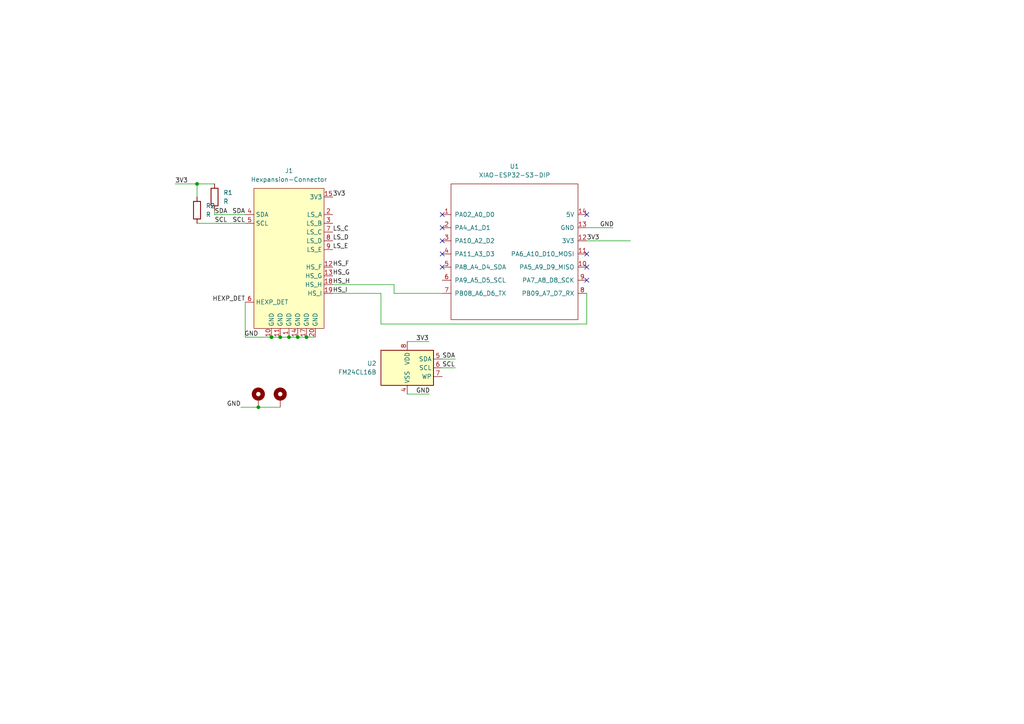
<source format=kicad_sch>
(kicad_sch (version 20250114) (generator "eeschema") (generator_version "9.0")
  (paper "A4")
  (lib_symbols
    (symbol "Device:R" (pin_numbers (hide yes)) (pin_names (offset 0))
      (property "Reference" "R" (at 2.032 0 90))
      (property "Value" "R" (at 0 0 90))
      (symbol "R_0_1"
        (rectangle (start -1.016 -2.54) (end 1.016 2.54) (stroke (width 0.254)))
      )
      (symbol "R_1_1"
        (pin passive line (at 0 3.81 270) (length 1.27) (name "~") (number "1"))
        (pin passive line (at 0 -3.81 90) (length 1.27) (name "~") (number "2"))
      )
    )
    (symbol "Mechanical:MountingHole_Pad" (pin_numbers (hide yes)) (pin_names (offset 1.016) (hide yes))
      (property "Reference" "H" (at 0 6.35 0))
      (property "Value" "MountingHole_Pad" (at 0 4.445 0))
      (symbol "MountingHole_Pad_0_1"
        (circle (center 0 1.27) (radius 1.27) (stroke (width 1.27)))
      )
      (symbol "MountingHole_Pad_1_1"
        (pin input line (at 0 -2.54 90) (length 2.54) (name "1") (number "1"))
      )
    )
    (symbol "Memory_NVRAM:FM24CL16B"
      (property "Reference" "U" (at -5.08 8.89 0))
      (property "Value" "FM24CL16B" (at 6.35 -8.89 0))
      (symbol "FM24CL16B_0_1"
        (rectangle (start -7.62 5.08) (end 7.62 -5.08) (stroke (width 0.254)) (fill (type background)))
      )
      (symbol "FM24CL16B_1_1"
        (pin no_connect line (at -7.62 2.54 0) (length 2.54) (hide yes) (name "~") (number "1"))
        (pin no_connect line (at -7.62 0 0) (length 2.54) (hide yes) (name "~") (number "3"))
        (pin no_connect line (at -7.62 -2.54 0) (length 2.54) (hide yes) (name "~") (number "2"))
        (pin power_in line (at 0 7.62 270) (length 2.54) (name "VDD") (number "8"))
        (pin power_in line (at 0 -7.62 90) (length 2.54) (name "VSS") (number "4"))
        (pin bidirectional line (at 10.16 2.54 180) (length 2.54) (name "SDA") (number "5"))
        (pin input line (at 10.16 0 180) (length 2.54) (name "SCL") (number "6"))
        (pin input line (at 10.16 -2.54 180) (length 2.54) (name "WP") (number "7"))
      )
    )
    (symbol "XIAO:XIAO-ESP32-S3-DIP" (pin_names (offset 1.016))
      (property "Reference" "U" (at -18.542 23.114 0))
      (property "Value" "XIAO-ESP32-S3-DIP" (at -9.144 21.336 0))
      (symbol "XIAO-ESP32-S3-DIP_0_1"
        (rectangle (start -19.05 20.32) (end 17.78 -19.05))
      )
      (symbol "XIAO-ESP32-S3-DIP_1_1"
        (pin passive line (at -21.59 11.43 0) (length 2.54) (name "PA02_A0_D0") (number "1"))
        (pin passive line (at -21.59 7.62 0) (length 2.54) (name "PA4_A1_D1") (number "2"))
        (pin passive line (at -21.59 3.81 0) (length 2.54) (name "PA10_A2_D2") (number "3"))
        (pin passive line (at -21.59 0 0) (length 2.54) (name "PA11_A3_D3") (number "4"))
        (pin passive line (at -21.59 -3.81 0) (length 2.54) (name "PA8_A4_D4_SDA") (number "5"))
        (pin passive line (at -21.59 -7.62 0) (length 2.54) (name "PA9_A5_D5_SCL") (number "6"))
        (pin passive line (at -21.59 -11.43 0) (length 2.54) (name "PB08_A6_D6_TX") (number "7"))
        (pin passive line (at 20.32 11.43 180) (length 2.54) (name "5V") (number "14"))
        (pin passive line (at 20.32 7.62 180) (length 2.54) (name "GND") (number "13"))
        (pin passive line (at 20.32 3.81 180) (length 2.54) (name "3V3") (number "12"))
        (pin passive line (at 20.32 0 180) (length 2.54) (name "PA6_A10_D10_MOSI") (number "11"))
        (pin passive line (at 20.32 -3.81 180) (length 2.54) (name "PA5_A9_D9_MISO") (number "10"))
        (pin passive line (at 20.32 -7.62 180) (length 2.54) (name "PA7_A8_D8_SCK") (number "9"))
        (pin passive line (at 20.32 -11.43 180) (length 2.54) (name "PB09_A7_D7_RX") (number "8"))
      )
    )
    (symbol "tildagon:hexpansion-edge-connector" (in_bom no)
      (property "Reference" "J" (at -6.35 17.78 0))
      (property "Value" "Hexpansion-Connector" (at 0 21.59 0))
      (symbol "hexpansion-edge-connector_1_1"
        (rectangle (start -10.16 20.32) (end 10.16 -20.32) (fill (type background)))
        (pin bidirectional line (at -12.7 12.7 0) (length 2.54) (name "SDA") (number "4"))
        (pin output line (at -12.7 10.16 0) (length 2.54) (name "SCL") (number "5"))
        (pin bidirectional line (at -12.7 -12.7 0) (length 2.54) (name "HEXP_DET") (number "6"))
        (pin passive line (at -5.08 -22.86 90) (length 2.54) (name "GND") (number "10"))
        (pin passive line (at -2.54 -22.86 90) (length 2.54) (name "GND") (number "11"))
        (pin power_out line (at 0 -22.86 90) (length 2.54) (name "GND") (number "1"))
        (pin passive line (at 2.54 -22.86 90) (length 2.54) (name "GND") (number "14"))
        (pin passive line (at 5.08 -22.86 90) (length 2.54) (name "GND") (number "17"))
        (pin passive line (at 7.62 -22.86 90) (length 2.54) (name "GND") (number "20"))
        (pin power_out line (at 12.7 17.78 180) (length 2.54) (name "3V3") (number "15"))
        (pin passive line (at 12.7 17.78 180) (length 2.54) (hide yes) (name "3V3") (number "16"))
        (pin bidirectional line (at 12.7 12.7 180) (length 2.54) (name "LS_A") (number "2"))
        (pin bidirectional line (at 12.7 10.16 180) (length 2.54) (name "LS_B") (number "3"))
        (pin bidirectional line (at 12.7 7.62 180) (length 2.54) (name "LS_C") (number "7"))
        (pin bidirectional line (at 12.7 5.08 180) (length 2.54) (name "LS_D") (number "8"))
        (pin bidirectional line (at 12.7 2.54 180) (length 2.54) (name "LS_E") (number "9"))
        (pin bidirectional line (at 12.7 -2.54 180) (length 2.54) (name "HS_F") (number "12"))
        (pin bidirectional line (at 12.7 -5.08 180) (length 2.54) (name "HS_G") (number "13"))
        (pin bidirectional line (at 12.7 -7.62 180) (length 2.54) (name "HS_H") (number "18"))
        (pin bidirectional line (at 12.7 -10.16 180) (length 2.54) (name "HS_I") (number "19"))
      )
    )
  )
  (junction (at 88.9 97.79))
  (junction (at 81.28 97.79))
  (junction (at 86.36 97.79))
  (junction (at 83.82 97.79))
  (junction (at 57.15 53.34))
  (junction (at 78.74 97.79))
  (junction (at 74.93 118.11))
  (no_connect (at 128.27 62.23))
  (no_connect (at 170.18 73.66))
  (no_connect (at 128.27 69.85))
  (no_connect (at 128.27 77.47))
  (no_connect (at 170.18 81.28))
  (no_connect (at 128.27 66.04))
  (no_connect (at 170.18 62.23))
  (no_connect (at 128.27 73.66))
  (no_connect (at 170.18 77.47))
  (wire (pts (xy 74.93 118.11) (xy 81.28 118.11)))
  (wire (pts (xy 81.28 97.79) (xy 83.82 97.79)))
  (wire (pts (xy 170.18 69.85) (xy 182.88 69.85)))
  (wire (pts (xy 83.82 97.79) (xy 86.36 97.79)))
  (wire (pts (xy 86.36 97.79) (xy 88.9 97.79)))
  (wire (pts (xy 57.15 64.77) (xy 71.12 64.77)))
  (wire (pts (xy 110.49 93.98) (xy 110.49 85.09)))
  (wire (pts (xy 128.27 104.14) (xy 132.08 104.14)))
  (wire (pts (xy 62.23 53.34) (xy 57.15 53.34)))
  (wire (pts (xy 118.11 99.06) (xy 124.46 99.06)))
  (wire (pts (xy 71.12 97.79) (xy 71.12 87.63)))
  (wire (pts (xy 170.18 66.04) (xy 177.8 66.04)))
  (wire (pts (xy 170.18 93.98) (xy 110.49 93.98)))
  (wire (pts (xy 62.23 62.23) (xy 62.23 60.96)))
  (wire (pts (xy 69.85 118.11) (xy 74.93 118.11)))
  (wire (pts (xy 71.12 97.79) (xy 78.74 97.79)))
  (wire (pts (xy 57.15 53.34) (xy 57.15 57.15)))
  (wire (pts (xy 114.3 82.55) (xy 96.52 82.55)))
  (wire (pts (xy 71.12 62.23) (xy 62.23 62.23)))
  (wire (pts (xy 114.3 85.09) (xy 114.3 82.55)))
  (wire (pts (xy 110.49 85.09) (xy 96.52 85.09)))
  (wire (pts (xy 170.18 85.09) (xy 170.18 93.98)))
  (wire (pts (xy 128.27 106.68) (xy 132.08 106.68)))
  (wire (pts (xy 128.27 85.09) (xy 114.3 85.09)))
  (wire (pts (xy 88.9 97.79) (xy 91.44 97.79)))
  (wire (pts (xy 50.8 53.34) (xy 57.15 53.34)))
  (wire (pts (xy 78.74 97.79) (xy 81.28 97.79)))
  (wire (pts (xy 118.11 114.3) (xy 124.46 114.3)))
  (label "GND" (at 173.99 66.04 0))
  (label "GND" (at 69.85 118.11 180))
  (label "3V3" (at 96.52 57.15 0))
  (label "SDA" (at 128.27 104.14 0))
  (label "LS_E" (at 96.52 72.39 0))
  (label "SCL" (at 71.12 64.77 180))
  (label "3V3" (at 50.8 53.34 0))
  (label "SDA" (at 71.12 62.23 180))
  (label "3V3" (at 120.65 99.06 0))
  (label "HS_I" (at 96.52 85.09 0))
  (label "GND" (at 74.93 97.79 180))
  (label "HS_F" (at 96.52 77.47 0))
  (label "LS_C" (at 96.52 67.31 0))
  (label "HS_G" (at 96.52 80.01 0))
  (label "SCL" (at 128.27 106.68 0))
  (label "HS_H" (at 96.52 82.55 0))
  (label "LS_D" (at 96.52 69.85 0))
  (label "HEXP_DET" (at 71.12 87.63 180))
  (label "GND" (at 120.65 114.3 0))
  (label "SDA" (at 62.23 62.23 0))
  (label "SCL" (at 62.23 64.77 0))
  (label "3V3" (at 170.18 69.85 0))
  (symbol (lib_id "XIAO:XIAO-ESP32-S3-DIP") (at 149.86 73.66 0) (unit 1)
    (property "Reference" "U1" (at 149.225 48.26 0))
    (property "Value" "XIAO-ESP32-S3-DIP" (at 149.225 50.8 0))
    (property "Footprint" "XIAO:XIAO-ESP32-S3-DIP" (effects (hide yes)))
  )
  (symbol (lib_id "Memory_NVRAM:FM24CL16B") (at 118.11 106.68 0) (unit 1)
    (property "Reference" "U2" (at 109.22 105.4099 0) (effects (justify right)))
    (property "Value" "FM24CL16B" (at 109.22 107.9499 0) (effects (justify right)))
    (property "Footprint" "Package_SO:SOIC-8_3.9x4.9mm_P1.27mm" (effects (hide yes)))
    (property "Datasheet" "https://www.infineon.com/dgdl/Infineon-FM24CL16B_16-Kbit_(2_K_8)_Serial_(I2C)_F-RAM-DataSheet-v13_00-EN.pdf?fileId=8ac78c8c7d0d8da4017d0ec99cb241e9" (effects (hide yes)))
    (property "Description" "16Kb serial FRAM nonvolatile Memory, SOIC-8" (effects (hide yes)))
  )
  (symbol (lib_id "Mechanical:MountingHole_Pad") (at 74.93 115.57 0) (unit 1)
    (property "Reference" "H1" (effects (hide yes)))
    (property "Value" "MountingHole_Pad" (effects (hide yes)))
    (property "Footprint" "MountingHole:MountingHole_2.2mm_M2_Pad_Via" (effects (hide yes)))
  )
  (symbol (lib_id "Mechanical:MountingHole_Pad") (at 81.28 115.57 0) (unit 1)
    (property "Reference" "H2" (effects (hide yes)))
    (property "Value" "MountingHole_Pad" (effects (hide yes)))
    (property "Footprint" "MountingHole:MountingHole_2.2mm_M2_Pad_Via" (effects (hide yes)))
  )
  (symbol (lib_id "tildagon:hexpansion-edge-connector") (at 83.82 74.93 0) (unit 1) (exclude_from_sim yes) (in_bom no)
    (property "Reference" "J1" (at 83.82 49.53 0))
    (property "Value" "Hexpansion-Connector" (at 83.82 52.07 0))
    (property "Footprint" "tildagon:hexpansion-edge-connector" (effects (hide yes)))
  )
  (symbol (lib_id "Device:R") (at 62.23 57.15 0) (unit 1)
    (property "Reference" "R1" (at 64.77 55.8799 0) (effects (justify left)))
    (property "Value" "R" (at 64.77 58.4199 0) (effects (justify left)))
    (property "Footprint" "Resistor_SMD:R_0805_2012Metric" (effects (hide yes)))
    (property "Description" "Resistor" (effects (hide yes)))
  )
  (symbol (lib_id "Device:R") (at 57.15 60.96 0) (unit 1)
    (property "Reference" "R2" (at 59.69 59.6899 0) (effects (justify left)))
    (property "Value" "R" (at 59.69 62.2299 0) (effects (justify left)))
    (property "Footprint" "Resistor_SMD:R_0805_2012Metric" (effects (hide yes)))
    (property "Description" "Resistor" (effects (hide yes)))
  )
)
</source>
